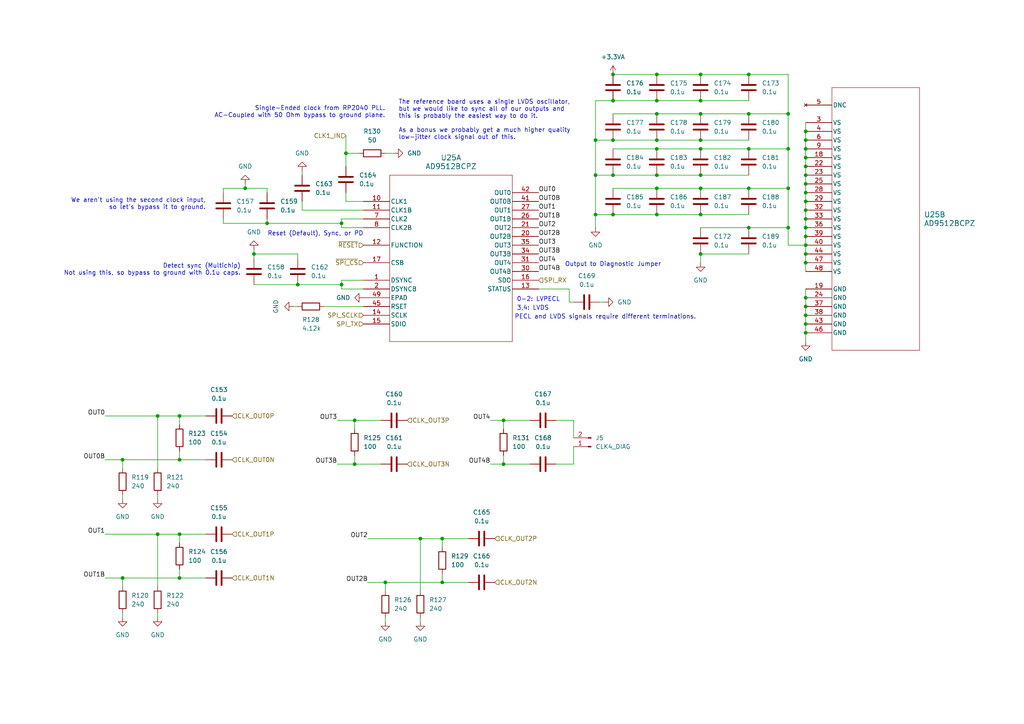
<source format=kicad_sch>
(kicad_sch (version 20231120) (generator "eeschema") (generator_version "8.0")
  (paper "A4")
  (lib_symbols
    (symbol "AD9512BCPZ:AD9512BCPZ" (pin_names (offset 0.254))
      (property "Reference" "U" (at 25.4 12.7 0))
      (property "Value" "AD9512BCPZ" (at 25.4 10.16 0))
      (symbol "AD9512BCPZ_1_1"
        (polyline (pts (xy 7.62 -40.64) (xy 43.18 -40.64)) (stroke (width 0.127)))
        (polyline (pts (xy 7.62 7.62) (xy 7.62 -40.64)) (stroke (width 0.127)))
        (polyline (pts (xy 43.18 -40.64) (xy 43.18 7.62)) (stroke (width 0.127)))
        (polyline (pts (xy 43.18 7.62) (xy 7.62 7.62)) (stroke (width 0.127)))
        (pin unspecified line (at 0 -22.86 0) (length 7.62) (name "DSYNC") (number "1"))
        (pin input line (at 0 0 0) (length 7.62) (name "CLK1") (number "10"))
        (pin input line (at 0 -2.54 0) (length 7.62) (name "CLK1B") (number "11"))
        (pin input line (at 0 -12.7 0) (length 7.62) (name "FUNCTION") (number "12"))
        (pin output line (at 50.8 -25.4 180) (length 7.62) (name "STATUS") (number "13"))
        (pin unspecified line (at 0 -33.02 0) (length 7.62) (name "SCLK") (number "14"))
        (pin bidirectional line (at 0 -35.56 0) (length 7.62) (name "SDIO") (number "15"))
        (pin output line (at 50.8 -22.86 180) (length 7.62) (name "SDO") (number "16"))
        (pin unspecified line (at 0 -17.78 0) (length 7.62) (name "CSB") (number "17"))
        (pin unspecified line (at 0 -25.4 0) (length 7.62) (name "DSYNCB") (number "2"))
        (pin output line (at 50.8 -10.16 180) (length 7.62) (name "OUT2B") (number "20"))
        (pin output line (at 50.8 -7.62 180) (length 7.62) (name "OUT2") (number "21"))
        (pin output line (at 50.8 -5.08 180) (length 7.62) (name "OUT1B") (number "26"))
        (pin output line (at 50.8 -2.54 180) (length 7.62) (name "OUT1") (number "27"))
        (pin output line (at 50.8 -20.32 180) (length 7.62) (name "OUT4B") (number "30"))
        (pin output line (at 50.8 -17.78 180) (length 7.62) (name "OUT4") (number "31"))
        (pin output line (at 50.8 -15.24 180) (length 7.62) (name "OUT3B") (number "34"))
        (pin output line (at 50.8 -12.7 180) (length 7.62) (name "OUT3") (number "35"))
        (pin output line (at 50.8 0 180) (length 7.62) (name "OUT0B") (number "41"))
        (pin output line (at 50.8 2.54 180) (length 7.62) (name "OUT0") (number "42"))
        (pin unspecified line (at 0 -30.48 0) (length 7.62) (name "RSET") (number "45"))
        (pin unspecified line (at 0 -27.94 0) (length 7.62) (name "EPAD") (number "49"))
        (pin input line (at 0 -5.08 0) (length 7.62) (name "CLK2") (number "7"))
        (pin input line (at 0 -7.62 0) (length 7.62) (name "CLK2B") (number "8"))
      )
      (symbol "AD9512BCPZ_2_1"
        (polyline (pts (xy 7.62 -71.12) (xy 33.02 -71.12)) (stroke (width 0.127)))
        (polyline (pts (xy 7.62 5.08) (xy 7.62 -71.12)) (stroke (width 0.127)))
        (polyline (pts (xy 33.02 -71.12) (xy 33.02 5.08)) (stroke (width 0.127)))
        (polyline (pts (xy 33.02 5.08) (xy 7.62 5.08)) (stroke (width 0.127)))
        (pin power_in line (at 0 -15.24 0) (length 7.62) (name "VS") (number "18"))
        (pin power_in line (at 0 -53.34 0) (length 7.62) (name "GND") (number "19"))
        (pin power_in line (at 0 -17.78 0) (length 7.62) (name "VS") (number "22"))
        (pin power_in line (at 0 -20.32 0) (length 7.62) (name "VS") (number "23"))
        (pin power_in line (at 0 -55.88 0) (length 7.62) (name "GND") (number "24"))
        (pin power_in line (at 0 -22.86 0) (length 7.62) (name "VS") (number "25"))
        (pin power_in line (at 0 -25.4 0) (length 7.62) (name "VS") (number "28"))
        (pin power_in line (at 0 -27.94 0) (length 7.62) (name "VS") (number "29"))
        (pin power_in line (at 0 -5.08 0) (length 7.62) (name "VS") (number "3"))
        (pin power_in line (at 0 -30.48 0) (length 7.62) (name "VS") (number "32"))
        (pin power_in line (at 0 -33.02 0) (length 7.62) (name "VS") (number "33"))
        (pin power_in line (at 0 -35.56 0) (length 7.62) (name "VS") (number "36"))
        (pin power_in line (at 0 -58.42 0) (length 7.62) (name "GND") (number "37"))
        (pin power_in line (at 0 -60.96 0) (length 7.62) (name "GND") (number "38"))
        (pin power_in line (at 0 -38.1 0) (length 7.62) (name "VS") (number "39"))
        (pin power_in line (at 0 -7.62 0) (length 7.62) (name "VS") (number "4"))
        (pin power_in line (at 0 -40.64 0) (length 7.62) (name "VS") (number "40"))
        (pin power_in line (at 0 -63.5 0) (length 7.62) (name "GND") (number "43"))
        (pin power_in line (at 0 -43.18 0) (length 7.62) (name "VS") (number "44"))
        (pin power_in line (at 0 -66.04 0) (length 7.62) (name "GND") (number "46"))
        (pin power_in line (at 0 -45.72 0) (length 7.62) (name "VS") (number "47"))
        (pin power_in line (at 0 -48.26 0) (length 7.62) (name "VS") (number "48"))
        (pin no_connect line (at 0 0 0) (length 7.62) (name "DNC") (number "5"))
        (pin power_in line (at 0 -10.16 0) (length 7.62) (name "VS") (number "6"))
        (pin power_in line (at 0 -12.7 0) (length 7.62) (name "VS") (number "9"))
      )
    )
    (symbol "Connector:Conn_01x02_Pin" (pin_names (offset 1.016) hide)
      (property "Reference" "J" (at 0 2.54 0))
      (property "Value" "Conn_01x02_Pin" (at 0 -5.08 0))
      (symbol "Conn_01x02_Pin_1_1"
        (polyline (pts (xy 1.27 -2.54) (xy 0.8636 -2.54)) (stroke (width 0.1524)))
        (polyline (pts (xy 1.27 0) (xy 0.8636 0)) (stroke (width 0.1524)))
        (rectangle (start 0.8636 -2.413) (end 0 -2.667) (stroke (width 0.1524)) (fill (type outline)))
        (rectangle (start 0.8636 0.127) (end 0 -0.127) (stroke (width 0.1524)) (fill (type outline)))
        (pin passive line (at 5.08 0 180) (length 3.81) (name "Pin_1") (number "1"))
        (pin passive line (at 5.08 -2.54 180) (length 3.81) (name "Pin_2") (number "2"))
      )
    )
    (symbol "Device:C" (pin_numbers hide) (pin_names (offset 0.254))
      (property "Reference" "C" (at 0.635 2.54 0))
      (property "Value" "C" (at 0.635 -2.54 0))
      (symbol "C_0_1"
        (polyline (pts (xy -2.032 -0.762) (xy 2.032 -0.762)) (stroke (width 0.508)))
        (polyline (pts (xy -2.032 0.762) (xy 2.032 0.762)) (stroke (width 0.508)))
      )
      (symbol "C_1_1"
        (pin passive line (at 0 3.81 270) (length 2.794) (name "~") (number "1"))
        (pin passive line (at 0 -3.81 90) (length 2.794) (name "~") (number "2"))
      )
    )
    (symbol "Device:R" (pin_numbers hide) (pin_names (offset 0))
      (property "Reference" "R" (at 2.032 0 90))
      (property "Value" "R" (at 0 0 90))
      (symbol "R_0_1"
        (rectangle (start -1.016 -2.54) (end 1.016 2.54) (stroke (width 0.254)))
      )
      (symbol "R_1_1"
        (pin passive line (at 0 3.81 270) (length 1.27) (name "~") (number "1"))
        (pin passive line (at 0 -3.81 90) (length 1.27) (name "~") (number "2"))
      )
    )
    (symbol "power:+3.3VA" (power) (pin_names (offset 0))
      (property "Value" "+3.3VA" (at 0 3.556 0))
      (symbol "+3.3VA_0_1"
        (polyline (pts (xy -0.762 1.27) (xy 0 2.54)))
        (polyline (pts (xy 0 0) (xy 0 2.54)))
        (polyline (pts (xy 0 2.54) (xy 0.762 1.27)))
      )
      (symbol "+3.3VA_1_1"
        (pin power_in line (at 0 0 90) (length 0) hide (name "+3.3VA") (number "1"))
      )
    )
    (symbol "power:GND" (power) (pin_names (offset 0))
      (property "Value" "GND" (at 0 -3.81 0))
      (symbol "GND_0_1"
        (polyline (pts (xy 0 0) (xy 0 -1.27) (xy 1.27 -1.27) (xy 0 -2.54) (xy -1.27 -1.27) (xy 0 -1.27)))
      )
      (symbol "GND_1_1"
        (pin power_in line (at 0 0 270) (length 0) hide (name "GND") (number "1"))
      )
    )
  )
  (junction (at 100.33 44.45))
  (junction (at 190.5 50.8))
  (junction (at 233.68 53.34))
  (junction (at 233.68 63.5))
  (junction (at 146.05 121.92))
  (junction (at 233.68 55.88))
  (junction (at 233.68 45.72))
  (junction (at 102.87 134.62))
  (junction (at 203.2 21.59))
  (junction (at 77.47 64.77))
  (junction (at 233.68 91.44))
  (junction (at 233.68 93.98))
  (junction (at 217.17 43.18))
  (junction (at 203.2 29.21))
  (junction (at 228.6 66.04))
  (junction (at 172.72 50.8))
  (junction (at 203.2 62.23))
  (junction (at 203.2 43.18))
  (junction (at 99.06 64.77))
  (junction (at 233.68 38.1))
  (junction (at 190.5 29.21))
  (junction (at 146.05 134.62))
  (junction (at 228.6 54.61))
  (junction (at 45.72 154.94))
  (junction (at 228.6 43.18))
  (junction (at 177.8 50.8))
  (junction (at 233.68 66.04))
  (junction (at 35.56 167.64))
  (junction (at 52.07 154.94))
  (junction (at 217.17 54.61))
  (junction (at 203.2 73.66))
  (junction (at 233.68 58.42))
  (junction (at 233.68 73.66))
  (junction (at 233.68 48.26))
  (junction (at 203.2 33.02))
  (junction (at 203.2 40.64))
  (junction (at 52.07 120.65))
  (junction (at 128.27 168.91))
  (junction (at 52.07 167.64))
  (junction (at 233.68 60.96))
  (junction (at 190.5 43.18))
  (junction (at 233.68 76.2))
  (junction (at 172.72 40.64))
  (junction (at 233.68 71.12))
  (junction (at 203.2 54.61))
  (junction (at 73.66 73.66))
  (junction (at 177.8 21.59))
  (junction (at 217.17 66.04))
  (junction (at 121.92 156.21))
  (junction (at 52.07 133.35))
  (junction (at 35.56 133.35))
  (junction (at 217.17 33.02))
  (junction (at 190.5 54.61))
  (junction (at 233.68 96.52))
  (junction (at 111.76 168.91))
  (junction (at 233.68 86.36))
  (junction (at 190.5 40.64))
  (junction (at 233.68 40.64))
  (junction (at 71.12 54.61))
  (junction (at 217.17 21.59))
  (junction (at 233.68 43.18))
  (junction (at 102.87 121.92))
  (junction (at 177.8 29.21))
  (junction (at 228.6 33.02))
  (junction (at 233.68 68.58))
  (junction (at 128.27 156.21))
  (junction (at 172.72 62.23))
  (junction (at 177.8 40.64))
  (junction (at 99.06 82.55))
  (junction (at 45.72 120.65))
  (junction (at 86.36 82.55))
  (junction (at 233.68 50.8))
  (junction (at 203.2 50.8))
  (junction (at 190.5 21.59))
  (junction (at 190.5 33.02))
  (junction (at 233.68 88.9))
  (junction (at 177.8 62.23))
  (junction (at 190.5 62.23))
  (wire (pts (xy 177.8 54.61) (xy 190.5 54.61)))
  (wire (pts (xy 102.87 132.08) (xy 102.87 134.62)))
  (wire (pts (xy 233.68 83.82) (xy 233.68 86.36)))
  (wire (pts (xy 228.6 43.18) (xy 228.6 54.61)))
  (wire (pts (xy 128.27 166.37) (xy 128.27 168.91)))
  (wire (pts (xy 203.2 76.2) (xy 203.2 73.66)))
  (wire (pts (xy 35.56 133.35) (xy 52.07 133.35)))
  (wire (pts (xy 177.8 43.18) (xy 190.5 43.18)))
  (wire (pts (xy 77.47 63.5) (xy 77.47 64.77)))
  (wire (pts (xy 233.68 76.2) (xy 233.68 78.74)))
  (wire (pts (xy 190.5 40.64) (xy 203.2 40.64)))
  (wire (pts (xy 203.2 29.21) (xy 217.17 29.21)))
  (wire (pts (xy 190.5 50.8) (xy 203.2 50.8)))
  (wire (pts (xy 190.5 43.18) (xy 203.2 43.18)))
  (wire (pts (xy 233.68 86.36) (xy 233.68 88.9)))
  (wire (pts (xy 100.33 58.42) (xy 100.33 55.88)))
  (wire (pts (xy 100.33 44.45) (xy 104.14 44.45)))
  (wire (pts (xy 161.29 121.92) (xy 166.37 121.92)))
  (wire (pts (xy 99.06 64.77) (xy 99.06 63.5)))
  (wire (pts (xy 190.5 54.61) (xy 203.2 54.61)))
  (wire (pts (xy 203.2 33.02) (xy 217.17 33.02)))
  (wire (pts (xy 146.05 134.62) (xy 153.67 134.62)))
  (wire (pts (xy 35.56 143.51) (xy 35.56 144.78)))
  (wire (pts (xy 128.27 158.75) (xy 128.27 156.21)))
  (wire (pts (xy 142.24 121.92) (xy 146.05 121.92)))
  (wire (pts (xy 30.48 154.94) (xy 45.72 154.94)))
  (wire (pts (xy 165.1 87.63) (xy 166.37 87.63)))
  (wire (pts (xy 99.06 81.28) (xy 105.41 81.28)))
  (wire (pts (xy 203.2 73.66) (xy 217.17 73.66)))
  (wire (pts (xy 35.56 167.64) (xy 52.07 167.64)))
  (wire (pts (xy 99.06 63.5) (xy 105.41 63.5)))
  (wire (pts (xy 102.87 124.46) (xy 102.87 121.92)))
  (wire (pts (xy 87.63 49.53) (xy 87.63 50.8)))
  (wire (pts (xy 99.06 82.55) (xy 99.06 81.28)))
  (wire (pts (xy 233.68 63.5) (xy 233.68 66.04)))
  (wire (pts (xy 233.68 40.64) (xy 233.68 43.18)))
  (wire (pts (xy 52.07 167.64) (xy 59.69 167.64)))
  (wire (pts (xy 177.8 50.8) (xy 190.5 50.8)))
  (wire (pts (xy 64.77 64.77) (xy 77.47 64.77)))
  (wire (pts (xy 228.6 21.59) (xy 228.6 33.02)))
  (wire (pts (xy 87.63 58.42) (xy 87.63 60.96)))
  (wire (pts (xy 173.99 87.63) (xy 175.26 87.63)))
  (wire (pts (xy 93.98 88.9) (xy 105.41 88.9)))
  (wire (pts (xy 190.5 29.21) (xy 203.2 29.21)))
  (wire (pts (xy 233.68 91.44) (xy 233.68 93.98)))
  (wire (pts (xy 99.06 66.04) (xy 99.06 64.77)))
  (wire (pts (xy 190.5 62.23) (xy 203.2 62.23)))
  (wire (pts (xy 217.17 33.02) (xy 228.6 33.02)))
  (wire (pts (xy 121.92 171.45) (xy 121.92 156.21)))
  (wire (pts (xy 228.6 66.04) (xy 228.6 71.12)))
  (wire (pts (xy 45.72 170.18) (xy 45.72 154.94)))
  (wire (pts (xy 177.8 40.64) (xy 190.5 40.64)))
  (wire (pts (xy 177.8 29.21) (xy 172.72 29.21)))
  (wire (pts (xy 203.2 54.61) (xy 217.17 54.61)))
  (wire (pts (xy 233.68 50.8) (xy 233.68 53.34)))
  (wire (pts (xy 52.07 120.65) (xy 59.69 120.65)))
  (wire (pts (xy 111.76 171.45) (xy 111.76 168.91)))
  (wire (pts (xy 64.77 54.61) (xy 71.12 54.61)))
  (wire (pts (xy 190.5 21.59) (xy 203.2 21.59)))
  (wire (pts (xy 177.8 29.21) (xy 190.5 29.21)))
  (wire (pts (xy 161.29 134.62) (xy 166.37 134.62)))
  (wire (pts (xy 52.07 133.35) (xy 59.69 133.35)))
  (wire (pts (xy 146.05 124.46) (xy 146.05 121.92)))
  (wire (pts (xy 111.76 44.45) (xy 114.3 44.45)))
  (wire (pts (xy 97.79 121.92) (xy 102.87 121.92)))
  (wire (pts (xy 86.36 88.9) (xy 85.09 88.9)))
  (wire (pts (xy 203.2 62.23) (xy 217.17 62.23)))
  (wire (pts (xy 217.17 43.18) (xy 228.6 43.18)))
  (wire (pts (xy 105.41 66.04) (xy 99.06 66.04)))
  (wire (pts (xy 233.68 45.72) (xy 233.68 48.26)))
  (wire (pts (xy 45.72 120.65) (xy 52.07 120.65)))
  (wire (pts (xy 86.36 73.66) (xy 86.36 74.93)))
  (wire (pts (xy 52.07 154.94) (xy 59.69 154.94)))
  (wire (pts (xy 73.66 73.66) (xy 86.36 73.66)))
  (wire (pts (xy 233.68 93.98) (xy 233.68 96.52)))
  (wire (pts (xy 121.92 179.07) (xy 121.92 180.34)))
  (wire (pts (xy 106.68 156.21) (xy 121.92 156.21)))
  (wire (pts (xy 165.1 83.82) (xy 165.1 87.63)))
  (wire (pts (xy 35.56 177.8) (xy 35.56 179.07)))
  (wire (pts (xy 203.2 66.04) (xy 217.17 66.04)))
  (wire (pts (xy 71.12 54.61) (xy 77.47 54.61)))
  (wire (pts (xy 233.68 48.26) (xy 233.68 50.8)))
  (wire (pts (xy 45.72 143.51) (xy 45.72 144.78)))
  (wire (pts (xy 233.68 71.12) (xy 233.68 73.66)))
  (wire (pts (xy 228.6 71.12) (xy 233.68 71.12)))
  (wire (pts (xy 71.12 53.34) (xy 71.12 54.61)))
  (wire (pts (xy 128.27 168.91) (xy 135.89 168.91)))
  (wire (pts (xy 45.72 177.8) (xy 45.72 179.07)))
  (wire (pts (xy 233.68 73.66) (xy 233.68 76.2)))
  (wire (pts (xy 228.6 33.02) (xy 228.6 43.18)))
  (wire (pts (xy 86.36 82.55) (xy 99.06 82.55)))
  (wire (pts (xy 73.66 74.93) (xy 73.66 73.66)))
  (wire (pts (xy 64.77 63.5) (xy 64.77 64.77)))
  (wire (pts (xy 52.07 165.1) (xy 52.07 167.64)))
  (wire (pts (xy 233.68 35.56) (xy 233.68 38.1)))
  (wire (pts (xy 52.07 130.81) (xy 52.07 133.35)))
  (wire (pts (xy 35.56 135.89) (xy 35.56 133.35)))
  (wire (pts (xy 172.72 40.64) (xy 172.72 50.8)))
  (wire (pts (xy 172.72 62.23) (xy 177.8 62.23)))
  (wire (pts (xy 203.2 40.64) (xy 217.17 40.64)))
  (wire (pts (xy 233.68 53.34) (xy 233.68 55.88)))
  (wire (pts (xy 217.17 66.04) (xy 228.6 66.04)))
  (wire (pts (xy 30.48 133.35) (xy 35.56 133.35)))
  (wire (pts (xy 233.68 88.9) (xy 233.68 91.44)))
  (wire (pts (xy 166.37 134.62) (xy 166.37 129.54)))
  (wire (pts (xy 99.06 64.77) (xy 77.47 64.77)))
  (wire (pts (xy 146.05 132.08) (xy 146.05 134.62)))
  (wire (pts (xy 177.8 62.23) (xy 190.5 62.23)))
  (wire (pts (xy 97.79 134.62) (xy 102.87 134.62)))
  (wire (pts (xy 156.21 83.82) (xy 165.1 83.82)))
  (wire (pts (xy 45.72 135.89) (xy 45.72 120.65)))
  (wire (pts (xy 52.07 157.48) (xy 52.07 154.94)))
  (wire (pts (xy 233.68 68.58) (xy 233.68 71.12)))
  (wire (pts (xy 233.68 38.1) (xy 233.68 40.64)))
  (wire (pts (xy 177.8 33.02) (xy 190.5 33.02)))
  (wire (pts (xy 177.8 21.59) (xy 190.5 21.59)))
  (wire (pts (xy 172.72 29.21) (xy 172.72 40.64)))
  (wire (pts (xy 233.68 66.04) (xy 233.68 68.58)))
  (wire (pts (xy 172.72 50.8) (xy 172.72 62.23)))
  (wire (pts (xy 172.72 62.23) (xy 172.72 66.04)))
  (wire (pts (xy 203.2 50.8) (xy 217.17 50.8)))
  (wire (pts (xy 105.41 60.96) (xy 87.63 60.96)))
  (wire (pts (xy 233.68 96.52) (xy 233.68 99.06)))
  (wire (pts (xy 77.47 54.61) (xy 77.47 55.88)))
  (wire (pts (xy 228.6 54.61) (xy 228.6 66.04)))
  (wire (pts (xy 111.76 168.91) (xy 128.27 168.91)))
  (wire (pts (xy 203.2 43.18) (xy 217.17 43.18)))
  (wire (pts (xy 30.48 167.64) (xy 35.56 167.64)))
  (wire (pts (xy 100.33 39.37) (xy 100.33 44.45)))
  (wire (pts (xy 146.05 121.92) (xy 153.67 121.92)))
  (wire (pts (xy 102.87 134.62) (xy 110.49 134.62)))
  (wire (pts (xy 190.5 33.02) (xy 203.2 33.02)))
  (wire (pts (xy 45.72 154.94) (xy 52.07 154.94)))
  (wire (pts (xy 99.06 83.82) (xy 99.06 82.55)))
  (wire (pts (xy 172.72 40.64) (xy 177.8 40.64)))
  (wire (pts (xy 121.92 156.21) (xy 128.27 156.21)))
  (wire (pts (xy 102.87 121.92) (xy 110.49 121.92)))
  (wire (pts (xy 30.48 120.65) (xy 45.72 120.65)))
  (wire (pts (xy 166.37 121.92) (xy 166.37 127)))
  (wire (pts (xy 52.07 123.19) (xy 52.07 120.65)))
  (wire (pts (xy 73.66 82.55) (xy 86.36 82.55)))
  (wire (pts (xy 233.68 60.96) (xy 233.68 63.5)))
  (wire (pts (xy 217.17 21.59) (xy 228.6 21.59)))
  (wire (pts (xy 233.68 58.42) (xy 233.68 60.96)))
  (wire (pts (xy 233.68 43.18) (xy 233.68 45.72)))
  (wire (pts (xy 35.56 170.18) (xy 35.56 167.64)))
  (wire (pts (xy 111.76 179.07) (xy 111.76 180.34)))
  (wire (pts (xy 105.41 58.42) (xy 100.33 58.42)))
  (wire (pts (xy 142.24 134.62) (xy 146.05 134.62)))
  (wire (pts (xy 64.77 55.88) (xy 64.77 54.61)))
  (wire (pts (xy 106.68 168.91) (xy 111.76 168.91)))
  (wire (pts (xy 105.41 83.82) (xy 99.06 83.82)))
  (wire (pts (xy 203.2 21.59) (xy 217.17 21.59)))
  (wire (pts (xy 73.66 72.39) (xy 73.66 73.66)))
  (wire (pts (xy 217.17 54.61) (xy 228.6 54.61)))
  (wire (pts (xy 100.33 44.45) (xy 100.33 48.26)))
  (wire (pts (xy 172.72 50.8) (xy 177.8 50.8)))
  (wire (pts (xy 233.68 55.88) (xy 233.68 58.42)))
  (wire (pts (xy 128.27 156.21) (xy 135.89 156.21)))
  (text "The reference board uses a single LVDS oscillator,\nbut we would like to sync all of our outputs and\nthis is probably the easiest way to do it.\n\nAs a bonus we probably get a much higher quality\nlow-jitter clock signal out of this." (at 115.57 40.64 0) (effects (font (size 1.27 1.27)) (justify left bottom)))
  (text "PECL and LVDS signals require different terminations." (at 201.93 92.71 0) (effects (font (size 1.27 1.27)) (justify right bottom)))
  (text "0-2: LVPECL " (at 149.86 87.63 0) (effects (font (size 1.27 1.27)) (justify left bottom)))
  (text "We aren't using the second clock input,\nso let's bypass it to ground." (at 59.69 60.96 0) (effects (font (size 1.27 1.27)) (justify right bottom)))
  (text "Reset (Default), Sync, or PD" (at 105.41 68.58 0) (effects (font (size 1.27 1.27)) (justify right bottom)))
  (text "3,4: LVDS" (at 149.86 90.17 0) (effects (font (size 1.27 1.27)) (justify left bottom)))
  (text "Output to Diagnostic Jumper" (at 163.83 77.47 0) (effects (font (size 1.27 1.27)) (justify left bottom)))
  (text "Detect sync (Multichip)\nNot using this, so bypass to ground with 0.1u caps." (at 69.85 80.01 0) (effects (font (size 1.27 1.27)) (justify right bottom)))
  (text "Single-Ended clock from RP2040 PLL.\nAC-Coupled with 50 Ohm bypass to ground plane." (at 111.76 34.29 0) (effects (font (size 1.27 1.27)) (justify right bottom)))
  (label "OUT2" (at 156.21 66.04 0))
  (label "OUT2B" (at 156.21 68.58 0))
  (label "OUT4" (at 156.21 76.2 0))
  (label "OUT2" (at 106.68 156.21 180))
  (label "OUT4B" (at 142.24 134.62 180))
  (label "OUT3" (at 156.21 71.12 0))
  (label "OUT4" (at 142.24 121.92 180))
  (label "OUT3B" (at 156.21 73.66 0))
  (label "OUT0B" (at 30.48 133.35 180))
  (label "OUT1" (at 30.48 154.94 180))
  (label "OUT4B" (at 156.21 78.74 0))
  (label "OUT0B" (at 156.21 58.42 0))
  (label "OUT2B" (at 106.68 168.91 180))
  (label "OUT0" (at 30.48 120.65 180))
  (label "OUT1" (at 156.21 60.96 0))
  (label "OUT0" (at 156.21 55.88 0))
  (label "OUT3B" (at 97.79 134.62 180))
  (label "OUT1B" (at 30.48 167.64 180))
  (label "OUT1B" (at 156.21 63.5 0))
  (label "OUT3" (at 97.79 121.92 180))
  (hierarchical_label "CLK_OUT2N" (shape input) (at 143.51 168.91 0))
  (hierarchical_label "CLK_OUT2P" (shape input) (at 143.51 156.21 0))
  (hierarchical_label "~{SPI_CS}" (shape input) (at 105.41 76.2 180))
  (hierarchical_label "CLK1_IN" (shape input) (at 100.33 39.37 180))
  (hierarchical_label "SPI_TX" (shape input) (at 105.41 93.98 180))
  (hierarchical_label "SPI_RX" (shape input) (at 156.21 81.28 0))
  (hierarchical_label "~{RESET}" (shape input) (at 105.41 71.12 180))
  (hierarchical_label "CLK_OUT0N" (shape input) (at 67.31 133.35 0))
  (hierarchical_label "CLK_OUT0P" (shape input) (at 67.31 120.65 0))
  (hierarchical_label "SPI_SCLK" (shape input) (at 105.41 91.44 180))
  (hierarchical_label "CLK_OUT1P" (shape input) (at 67.31 154.94 0))
  (hierarchical_label "CLK_OUT3N" (shape input) (at 118.11 134.62 0))
  (hierarchical_label "CLK_OUT1N" (shape input) (at 67.31 167.64 0))
  (hierarchical_label "CLK_OUT3P" (shape input) (at 118.11 121.92 0))
  (symbol (lib_id "Device:C") (at 73.66 78.74 180) (unit 1)
    (property "Reference" "C158" (at 77.47 77.47 0) (effects (justify right)))
    (property "Value" "0.1u" (at 77.47 80.01 0) (effects (justify right)))
    (property "Footprint" "Capacitor_SMD:C_0603_1608Metric" (effects (hide yes)))
  )
  (symbol (lib_id "Device:C") (at 190.5 46.99 0) (unit 1)
    (property "Reference" "C183" (at 194.31 45.72 0) (effects (justify left)))
    (property "Value" "0.1u" (at 194.31 48.26 0) (effects (justify left)))
    (property "Footprint" "Capacitor_SMD:C_0603_1608Metric" (effects (hide yes)))
  )
  (symbol (lib_id "Device:R") (at 45.72 139.7 0) (unit 1)
    (property "Reference" "R121" (at 48.26 138.43 0) (effects (justify left)))
    (property "Value" "240" (at 48.26 140.97 0) (effects (justify left)))
    (property "Footprint" "Resistor_SMD:R_0603_1608Metric" (effects (hide yes)))
  )
  (symbol (lib_id "Device:C") (at 100.33 52.07 0) (unit 1)
    (property "Reference" "C164" (at 104.14 50.8 0) (effects (justify left)))
    (property "Value" "0.1u" (at 104.14 53.34 0) (effects (justify left)))
    (property "Footprint" "Capacitor_SMD:C_0603_1608Metric" (effects (hide yes)))
  )
  (symbol (lib_id "Device:C") (at 190.5 58.42 0) (unit 1)
    (property "Reference" "C186" (at 194.31 57.15 0) (effects (justify left)))
    (property "Value" "0.1u" (at 194.31 59.69 0) (effects (justify left)))
    (property "Footprint" "Capacitor_SMD:C_0603_1608Metric" (effects (hide yes)))
  )
  (symbol (lib_id "Device:C") (at 217.17 69.85 0) (unit 1)
    (property "Reference" "C189" (at 220.98 68.58 0) (effects (justify left)))
    (property "Value" "0.1u" (at 220.98 71.12 0) (effects (justify left)))
    (property "Footprint" "Capacitor_SMD:C_0603_1608Metric" (effects (hide yes)))
  )
  (symbol (lib_id "power:GND") (at 35.56 179.07 0) (unit 1)
    (property "Reference" "#PWR0211" (effects (hide yes)))
    (property "Value" "GND" (at 35.56 184.15 0))
  )
  (symbol (lib_id "power:GND") (at 105.41 86.36 270) (unit 1)
    (property "Reference" "#PWR0220" (effects (hide yes)))
    (property "Value" "GND" (at 101.6 86.36 90) (effects (justify right)))
  )
  (symbol (lib_id "Device:C") (at 139.7 156.21 90) (unit 1)
    (property "Reference" "C165" (at 139.7 148.59 90))
    (property "Value" "0.1u" (at 139.7 151.13 90))
    (property "Footprint" "Capacitor_SMD:C_0603_1608Metric" (effects (hide yes)))
  )
  (symbol (lib_id "power:GND") (at 45.72 144.78 0) (unit 1)
    (property "Reference" "#PWR0212" (effects (hide yes)))
    (property "Value" "GND" (at 45.72 149.86 0))
  )
  (symbol (lib_id "Device:C") (at 217.17 58.42 0) (unit 1)
    (property "Reference" "C188" (at 220.98 57.15 0) (effects (justify left)))
    (property "Value" "0.1u" (at 220.98 59.69 0) (effects (justify left)))
    (property "Footprint" "Capacitor_SMD:C_0603_1608Metric" (effects (hide yes)))
  )
  (symbol (lib_id "Device:R") (at 146.05 128.27 180) (unit 1)
    (property "Reference" "R131" (at 148.59 127 0) (effects (justify right)))
    (property "Value" "100" (at 148.59 129.54 0) (effects (justify right)))
    (property "Footprint" "Resistor_SMD:R_0603_1608Metric" (effects (hide yes)))
  )
  (symbol (lib_id "Device:C") (at 157.48 134.62 90) (unit 1)
    (property "Reference" "C168" (at 157.48 127 90))
    (property "Value" "0.1u" (at 157.48 129.54 90))
    (property "Footprint" "Capacitor_SMD:C_0603_1608Metric" (effects (hide yes)))
  )
  (symbol (lib_id "Device:C") (at 177.8 25.4 0) (unit 1)
    (property "Reference" "C176" (at 181.61 24.13 0) (effects (justify left)))
    (property "Value" "0.1u" (at 181.61 26.67 0) (effects (justify left)))
    (property "Footprint" "Capacitor_SMD:C_0603_1608Metric" (effects (hide yes)))
  )
  (symbol (lib_id "Device:R") (at 45.72 173.99 0) (unit 1)
    (property "Reference" "R122" (at 48.26 172.72 0) (effects (justify left)))
    (property "Value" "240" (at 48.26 175.26 0) (effects (justify left)))
    (property "Footprint" "Resistor_SMD:R_0603_1608Metric" (effects (hide yes)))
  )
  (symbol (lib_id "Device:C") (at 170.18 87.63 270) (unit 1)
    (property "Reference" "C169" (at 170.18 80.01 90))
    (property "Value" "0.1u" (at 170.18 82.55 90))
    (property "Footprint" "Capacitor_SMD:C_0603_1608Metric" (effects (hide yes)))
  )
  (symbol (lib_id "power:GND") (at 85.09 88.9 270) (unit 1)
    (property "Reference" "#PWR0217" (effects (hide yes)))
    (property "Value" "GND" (at 80.01 88.9 0))
  )
  (symbol (lib_id "power:GND") (at 121.92 180.34 0) (unit 1)
    (property "Reference" "#PWR0218" (effects (hide yes)))
    (property "Value" "GND" (at 121.92 185.42 0))
  )
  (symbol (lib_id "Device:R") (at 111.76 175.26 0) (unit 1)
    (property "Reference" "R126" (at 114.3 173.99 0) (effects (justify left)))
    (property "Value" "240" (at 114.3 176.53 0) (effects (justify left)))
    (property "Footprint" "Resistor_SMD:R_0603_1608Metric" (effects (hide yes)))
  )
  (symbol (lib_id "Device:C") (at 114.3 121.92 90) (unit 1)
    (property "Reference" "C160" (at 114.3 114.3 90))
    (property "Value" "0.1u" (at 114.3 116.84 90))
    (property "Footprint" "Capacitor_SMD:C_0603_1608Metric" (effects (hide yes)))
  )
  (symbol (lib_id "Device:R") (at 35.56 139.7 0) (unit 1)
    (property "Reference" "R119" (at 38.1 138.43 0) (effects (justify left)))
    (property "Value" "240" (at 38.1 140.97 0) (effects (justify left)))
    (property "Footprint" "Resistor_SMD:R_0603_1608Metric" (effects (hide yes)))
  )
  (symbol (lib_id "Device:C") (at 139.7 168.91 90) (unit 1)
    (property "Reference" "C166" (at 139.7 161.29 90))
    (property "Value" "0.1u" (at 139.7 163.83 90))
    (property "Footprint" "Capacitor_SMD:C_0603_1608Metric" (effects (hide yes)))
  )
  (symbol (lib_id "Device:C") (at 77.47 59.69 0) (unit 1)
    (property "Reference" "C159" (at 81.28 58.42 0) (effects (justify left)))
    (property "Value" "0.1u" (at 81.28 60.96 0) (effects (justify left)))
    (property "Footprint" "Capacitor_SMD:C_0603_1608Metric" (effects (hide yes)))
  )
  (symbol (lib_id "Device:R") (at 35.56 173.99 0) (unit 1)
    (property "Reference" "R120" (at 38.1 172.72 0) (effects (justify left)))
    (property "Value" "240" (at 38.1 175.26 0) (effects (justify left)))
    (property "Footprint" "Resistor_SMD:R_0603_1608Metric" (effects (hide yes)))
  )
  (symbol (lib_id "Device:R") (at 52.07 161.29 180) (unit 1)
    (property "Reference" "R124" (at 54.61 160.02 0) (effects (justify right)))
    (property "Value" "100" (at 54.61 162.56 0) (effects (justify right)))
    (property "Footprint" "Resistor_SMD:R_0603_1608Metric" (effects (hide yes)))
  )
  (symbol (lib_id "Device:C") (at 217.17 25.4 0) (unit 1)
    (property "Reference" "C173" (at 220.98 24.13 0) (effects (justify left)))
    (property "Value" "0.1u" (at 220.98 26.67 0) (effects (justify left)))
    (property "Footprint" "Capacitor_SMD:C_0603_1608Metric" (effects (hide yes)))
  )
  (symbol (lib_id "Device:C") (at 217.17 46.99 0) (unit 1)
    (property "Reference" "C181" (at 220.98 45.72 0) (effects (justify left)))
    (property "Value" "0.1u" (at 220.98 48.26 0) (effects (justify left)))
    (property "Footprint" "Capacitor_SMD:C_0603_1608Metric" (effects (hide yes)))
  )
  (symbol (lib_id "power:GND") (at 73.66 72.39 180) (unit 1)
    (property "Reference" "#PWR0215" (effects (hide yes)))
    (property "Value" "GND" (at 73.66 67.31 0))
  )
  (symbol (lib_id "Device:C") (at 114.3 134.62 90) (unit 1)
    (property "Reference" "C161" (at 114.3 127 90))
    (property "Value" "0.1u" (at 114.3 129.54 90))
    (property "Footprint" "Capacitor_SMD:C_0603_1608Metric" (effects (hide yes)))
  )
  (symbol (lib_id "Device:C") (at 203.2 46.99 0) (unit 1)
    (property "Reference" "C182" (at 207.01 45.72 0) (effects (justify left)))
    (property "Value" "0.1u" (at 207.01 48.26 0) (effects (justify left)))
    (property "Footprint" "Capacitor_SMD:C_0603_1608Metric" (effects (hide yes)))
  )
  (symbol (lib_id "power:GND") (at 71.12 53.34 180) (unit 1)
    (property "Reference" "#PWR0214" (effects (hide yes)))
    (property "Value" "GND" (at 71.12 48.26 0))
  )
  (symbol (lib_id "Device:C") (at 203.2 69.85 0) (unit 1)
    (property "Reference" "C172" (at 207.01 68.58 0) (effects (justify left)))
    (property "Value" "0.1u" (at 207.01 71.12 0) (effects (justify left)))
    (property "Footprint" "Capacitor_SMD:C_0603_1608Metric" (effects (hide yes)))
  )
  (symbol (lib_id "Device:C") (at 177.8 36.83 0) (unit 1)
    (property "Reference" "C177" (at 181.61 35.56 0) (effects (justify left)))
    (property "Value" "0.1u" (at 181.61 38.1 0) (effects (justify left)))
    (property "Footprint" "Capacitor_SMD:C_0603_1608Metric" (effects (hide yes)))
  )
  (symbol (lib_id "Device:C") (at 86.36 78.74 180) (unit 1)
    (property "Reference" "C162" (at 90.17 77.47 0) (effects (justify right)))
    (property "Value" "0.1u" (at 90.17 80.01 0) (effects (justify right)))
    (property "Footprint" "Capacitor_SMD:C_0603_1608Metric" (effects (hide yes)))
  )
  (symbol (lib_id "power:GND") (at 111.76 180.34 0) (unit 1)
    (property "Reference" "#PWR0216" (effects (hide yes)))
    (property "Value" "GND" (at 111.76 185.42 0))
  )
  (symbol (lib_id "Device:R") (at 52.07 127 180) (unit 1)
    (property "Reference" "R123" (at 54.61 125.73 0) (effects (justify right)))
    (property "Value" "100" (at 54.61 128.27 0) (effects (justify right)))
    (property "Footprint" "Resistor_SMD:R_0603_1608Metric" (effects (hide yes)))
  )
  (symbol (lib_id "Device:R") (at 128.27 162.56 180) (unit 1)
    (property "Reference" "R129" (at 130.81 161.29 0) (effects (justify right)))
    (property "Value" "100" (at 130.81 163.83 0) (effects (justify right)))
    (property "Footprint" "Resistor_SMD:R_0603_1608Metric" (effects (hide yes)))
  )
  (symbol (lib_id "Device:C") (at 63.5 167.64 90) (unit 1)
    (property "Reference" "C156" (at 63.5 160.02 90))
    (property "Value" "0.1u" (at 63.5 162.56 90))
    (property "Footprint" "Capacitor_SMD:C_0603_1608Metric" (effects (hide yes)))
  )
  (symbol (lib_id "Device:C") (at 63.5 154.94 90) (unit 1)
    (property "Reference" "C155" (at 63.5 147.32 90))
    (property "Value" "0.1u" (at 63.5 149.86 90))
    (property "Footprint" "Capacitor_SMD:C_0603_1608Metric" (effects (hide yes)))
  )
  (symbol (lib_id "power:GND") (at 233.68 99.06 0) (unit 1)
    (property "Reference" "#PWR0243" (effects (hide yes)))
    (property "Value" "GND" (at 233.68 104.14 0))
  )
  (symbol (lib_id "Device:C") (at 177.8 58.42 0) (unit 1)
    (property "Reference" "C185" (at 181.61 57.15 0) (effects (justify left)))
    (property "Value" "0.1u" (at 181.61 59.69 0) (effects (justify left)))
    (property "Footprint" "Capacitor_SMD:C_0603_1608Metric" (effects (hide yes)))
  )
  (symbol (lib_id "power:GND") (at 114.3 44.45 90) (unit 1)
    (property "Reference" "#PWR0221" (effects (hide yes)))
    (property "Value" "GND" (at 118.11 44.45 90) (effects (justify right)))
  )
  (symbol (lib_id "Device:C") (at 203.2 25.4 0) (unit 1)
    (property "Reference" "C174" (at 207.01 24.13 0) (effects (justify left)))
    (property "Value" "0.1u" (at 207.01 26.67 0) (effects (justify left)))
    (property "Footprint" "Capacitor_SMD:C_0603_1608Metric" (effects (hide yes)))
  )
  (symbol (lib_id "Device:C") (at 63.5 120.65 90) (unit 1)
    (property "Reference" "C153" (at 63.5 113.03 90))
    (property "Value" "0.1u" (at 63.5 115.57 90))
    (property "Footprint" "Capacitor_SMD:C_0603_1608Metric" (effects (hide yes)))
  )
  (symbol (lib_id "power:GND") (at 35.56 144.78 0) (unit 1)
    (property "Reference" "#PWR0210" (effects (hide yes)))
    (property "Value" "GND" (at 35.56 149.86 0))
  )
  (symbol (lib_id "Connector:Conn_01x02_Pin") (at 171.45 129.54 180) (unit 1)
    (property "Reference" "J5" (at 172.72 127 0) (effects (justify right)))
    (property "Value" "CLK4_DIAG" (at 172.72 129.54 0) (effects (justify right)))
    (property "Footprint" "Connector_PinHeader_2.54mm:PinHeader_1x02_P2.54mm_Vertical" (effects (hide yes)))
  )
  (symbol (lib_id "Device:R") (at 90.17 88.9 90) (unit 1)
    (property "Reference" "R128" (at 87.63 92.71 90) (effects (justify right)))
    (property "Value" "4.12k" (at 87.63 95.25 90) (effects (justify right)))
    (property "Footprint" "Resistor_SMD:R_0603_1608Metric" (effects (hide yes)))
  )
  (symbol (lib_id "Device:R") (at 102.87 128.27 180) (unit 1)
    (property "Reference" "R125" (at 105.41 127 0) (effects (justify right)))
    (property "Value" "100" (at 105.41 129.54 0) (effects (justify right)))
    (property "Footprint" "Resistor_SMD:R_0603_1608Metric" (effects (hide yes)))
  )
  (symbol (lib_id "Device:C") (at 203.2 36.83 0) (unit 1)
    (property "Reference" "C179" (at 207.01 35.56 0) (effects (justify left)))
    (property "Value" "0.1u" (at 207.01 38.1 0) (effects (justify left)))
    (property "Footprint" "Capacitor_SMD:C_0603_1608Metric" (effects (hide yes)))
  )
  (symbol (lib_id "power:GND") (at 203.2 76.2 0) (unit 1)
    (property "Reference" "#PWR0246" (effects (hide yes)))
    (property "Value" "GND" (at 203.2 81.28 0))
  )
  (symbol (lib_id "Device:R") (at 107.95 44.45 270) (unit 1)
    (property "Reference" "R130" (at 107.95 38.1 90))
    (property "Value" "50" (at 107.95 40.64 90))
    (property "Footprint" "Resistor_SMD:R_0603_1608Metric" (effects (hide yes)))
  )
  (symbol (lib_id "power:GND") (at 87.63 49.53 180) (unit 1)
    (property "Reference" "#PWR0219" (effects (hide yes)))
    (property "Value" "GND" (at 87.63 44.45 0))
  )
  (symbol (lib_id "power:+3.3VA") (at 177.8 21.59 0) (unit 1)
    (property "Reference" "#PWR0245" (effects (hide yes)))
    (property "Value" "+3.3VA" (at 177.8 16.51 0))
  )
  (symbol (lib_id "Device:C") (at 217.17 36.83 0) (unit 1)
    (property "Reference" "C180" (at 220.98 35.56 0) (effects (justify left)))
    (property "Value" "0.1u" (at 220.98 38.1 0) (effects (justify left)))
    (property "Footprint" "Capacitor_SMD:C_0603_1608Metric" (effects (hide yes)))
  )
  (symbol (lib_id "Device:C") (at 177.8 46.99 0) (unit 1)
    (property "Reference" "C184" (at 181.61 45.72 0) (effects (justify left)))
    (property "Value" "0.1u" (at 181.61 48.26 0) (effects (justify left)))
    (property "Footprint" "Capacitor_SMD:C_0603_1608Metric" (effects (hide yes)))
  )
  (symbol (lib_id "Device:C") (at 157.48 121.92 90) (unit 1)
    (property "Reference" "C167" (at 157.48 114.3 90))
    (property "Value" "0.1u" (at 157.48 116.84 90))
    (property "Footprint" "Capacitor_SMD:C_0603_1608Metric" (effects (hide yes)))
  )
  (symbol (lib_id "power:GND") (at 172.72 66.04 0) (unit 1)
    (property "Reference" "#PWR0244" (effects (hide yes)))
    (property "Value" "GND" (at 172.72 71.12 0))
  )
  (symbol (lib_id "Device:R") (at 121.92 175.26 0) (unit 1)
    (property "Reference" "R127" (at 124.46 173.99 0) (effects (justify left)))
    (property "Value" "240" (at 124.46 176.53 0) (effects (justify left)))
    (property "Footprint" "Resistor_SMD:R_0603_1608Metric" (effects (hide yes)))
  )
  (symbol (lib_id "Device:C") (at 87.63 54.61 0) (unit 1)
    (property "Reference" "C163" (at 91.44 53.34 0) (effects (justify left)))
    (property "Value" "0.1u" (at 91.44 55.88 0) (effects (justify left)))
    (property "Footprint" "Capacitor_SMD:C_0603_1608Metric" (effects (hide yes)))
  )
  (symbol (lib_id "AD9512BCPZ:AD9512BCPZ") (at 105.41 58.42 0) (unit 1)
    (property "Reference" "U25" (at 130.81 45.72 0) (effects (font (size 1.524 1.524))))
    (property "Value" "AD9512BCPZ" (at 130.81 48.26 0) (effects (font (size 1.524 1.524))))
    (property "Footprint" "AD9512BCPZ:CP_48_1_ADI" (effects (hide yes)))
    (property "Datasheet" "AD9512BCPZ" (effects (hide yes)))
  )
  (symbol (lib_id "Device:C") (at 63.5 133.35 90) (unit 1)
    (property "Reference" "C154" (at 63.5 125.73 90))
    (property "Value" "0.1u" (at 63.5 128.27 90))
    (property "Footprint" "Capacitor_SMD:C_0603_1608Metric" (effects (hide yes)))
  )
  (symbol (lib_id "AD9512BCPZ:AD9512BCPZ") (at 233.68 30.48 0) (unit 2)
    (property "Reference" "U25" (at 267.97 62.23 0) (effects (font (size 1.524 1.524)) (justify left)))
    (property "Value" "AD9512BCPZ" (at 267.97 64.77 0) (effects (font (size 1.524 1.524)) (justify left)))
    (property "Footprint" "AD9512BCPZ:CP_48_1_ADI" (effects (hide yes)))
    (property "Datasheet" "AD9512BCPZ" (effects (hide yes)))
  )
  (symbol (lib_id "Device:C") (at 64.77 59.69 0) (unit 1)
    (property "Reference" "C157" (at 68.58 58.42 0) (effects (justify left)))
    (property "Value" "0.1u" (at 68.58 60.96 0) (effects (justify left)))
    (property "Footprint" "Capacitor_SMD:C_0603_1608Metric" (effects (hide yes)))
  )
  (symbol (lib_id "power:GND") (at 175.26 87.63 90) (unit 1)
    (property "Reference" "#PWR0222" (effects (hide yes)))
    (property "Value" "GND" (at 179.07 87.63 90) (effects (justify right)))
  )
  (symbol (lib_id "Device:C") (at 190.5 36.83 0) (unit 1)
    (property "Reference" "C178" (at 194.31 35.56 0) (effects (justify left)))
    (property "Value" "0.1u" (at 194.31 38.1 0) (effects (justify left)))
    (property "Footprint" "Capacitor_SMD:C_0603_1608Metric" (effects (hide yes)))
  )
  (symbol (lib_id "Device:C") (at 190.5 25.4 0) (unit 1)
    (property "Reference" "C175" (at 194.31 24.13 0) (effects (justify left)))
    (property "Value" "0.1u" (at 194.31 26.67 0) (effects (justify left)))
    (property "Footprint" "Capacitor_SMD:C_0603_1608Metric" (effects (hide yes)))
  )
  (symbol (lib_id "power:GND") (at 45.72 179.07 0) (unit 1)
    (property "Reference" "#PWR0213" (effects (hide yes)))
    (property "Value" "GND" (at 45.72 184.15 0))
  )
  (symbol (lib_id "Device:C") (at 203.2 58.42 0) (unit 1)
    (property "Reference" "C187" (at 207.01 57.15 0) (effects (justify left)))
    (property "Value" "0.1u" (at 207.01 59.69 0) (effects (justify left)))
    (property "Footprint" "Capacitor_SMD:C_0603_1608Metric" (effects (hide yes)))
  )
)
</source>
